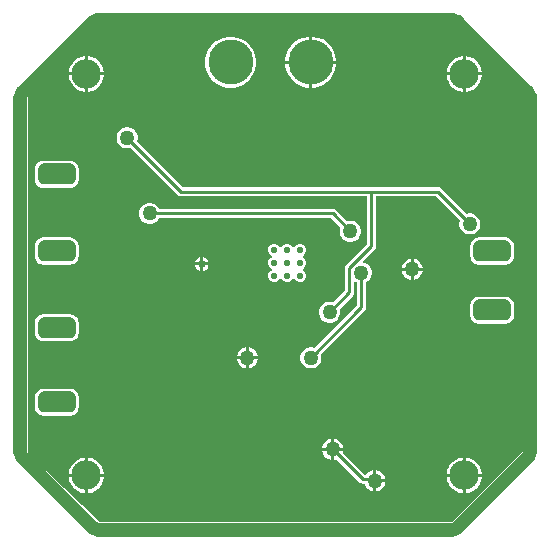
<source format=gbl>
G04*
G04 #@! TF.GenerationSoftware,Altium Limited,Altium Designer,22.2.1 (43)*
G04*
G04 Layer_Physical_Order=2*
G04 Layer_Color=16711680*
%FSLAX25Y25*%
%MOIN*%
G70*
G04*
G04 #@! TF.SameCoordinates,E3E267CE-3B28-4E7D-86E6-9DA55300F0EE*
G04*
G04*
G04 #@! TF.FilePolarity,Positive*
G04*
G01*
G75*
%ADD14C,0.01000*%
%ADD15C,0.04724*%
G04:AMPARAMS|DCode=60|XSize=125mil|YSize=70mil|CornerRadius=17.5mil|HoleSize=0mil|Usage=FLASHONLY|Rotation=0.000|XOffset=0mil|YOffset=0mil|HoleType=Round|Shape=RoundedRectangle|*
%AMROUNDEDRECTD60*
21,1,0.12500,0.03500,0,0,0.0*
21,1,0.09000,0.07000,0,0,0.0*
1,1,0.03500,0.04500,-0.01750*
1,1,0.03500,-0.04500,-0.01750*
1,1,0.03500,-0.04500,0.01750*
1,1,0.03500,0.04500,0.01750*
%
%ADD60ROUNDEDRECTD60*%
%ADD61C,0.15000*%
%ADD62C,0.05000*%
%ADD63C,0.09843*%
%ADD64C,0.02500*%
%ADD65C,0.02165*%
G36*
X382000Y409400D02*
Y291700D01*
X358100Y267800D01*
X240800D01*
X216700Y290700D01*
Y409900D01*
X239900Y433100D01*
X358300D01*
X382000Y409400D01*
D02*
G37*
%LPC*%
G36*
X311861Y429760D02*
X311524D01*
Y421760D01*
X319524D01*
Y422097D01*
X319197Y423739D01*
X318556Y425286D01*
X317626Y426678D01*
X316442Y427862D01*
X315050Y428792D01*
X313503Y429433D01*
X311861Y429760D01*
D02*
G37*
G36*
X310524D02*
X310186D01*
X308544Y429433D01*
X306997Y428792D01*
X305605Y427862D01*
X304421Y426678D01*
X303491Y425286D01*
X302850Y423739D01*
X302524Y422097D01*
Y421760D01*
X310524D01*
Y429760D01*
D02*
G37*
G36*
X362788Y423244D02*
X362705D01*
Y417823D01*
X368126D01*
Y417906D01*
X367898Y419050D01*
X367452Y420128D01*
X366804Y421097D01*
X365979Y421922D01*
X365009Y422570D01*
X363932Y423017D01*
X362788Y423244D01*
D02*
G37*
G36*
X361705D02*
X361621D01*
X360478Y423017D01*
X359400Y422570D01*
X358430Y421922D01*
X357605Y421097D01*
X356957Y420128D01*
X356511Y419050D01*
X356283Y417906D01*
Y417823D01*
X361705D01*
Y423244D01*
D02*
G37*
G36*
X236804D02*
X236720D01*
Y417823D01*
X242142D01*
Y417906D01*
X241914Y419050D01*
X241468Y420128D01*
X240820Y421097D01*
X239995Y421922D01*
X239025Y422570D01*
X237948Y423017D01*
X236804Y423244D01*
D02*
G37*
G36*
X235720D02*
X235637D01*
X234493Y423017D01*
X233416Y422570D01*
X232446Y421922D01*
X231621Y421097D01*
X230973Y420128D01*
X230527Y419050D01*
X230299Y417906D01*
Y417823D01*
X235720D01*
Y423244D01*
D02*
G37*
G36*
X319524Y420760D02*
X311524D01*
Y412760D01*
X311861D01*
X313503Y413087D01*
X315050Y413727D01*
X316442Y414657D01*
X317626Y415841D01*
X318556Y417234D01*
X319197Y418781D01*
X319524Y420423D01*
Y420760D01*
D02*
G37*
G36*
X310524D02*
X302524D01*
Y420423D01*
X302850Y418781D01*
X303491Y417234D01*
X304421Y415841D01*
X305605Y414657D01*
X306997Y413727D01*
X308544Y413087D01*
X310186Y412760D01*
X310524D01*
Y420760D01*
D02*
G37*
G36*
X285137Y429700D02*
X283463D01*
X281821Y429373D01*
X280274Y428733D01*
X278882Y427802D01*
X277698Y426618D01*
X276767Y425226D01*
X276127Y423679D01*
X275800Y422037D01*
Y420363D01*
X276127Y418721D01*
X276767Y417174D01*
X277698Y415782D01*
X278882Y414598D01*
X280274Y413667D01*
X281821Y413027D01*
X283463Y412700D01*
X285137D01*
X286779Y413027D01*
X288326Y413667D01*
X289718Y414598D01*
X290902Y415782D01*
X291833Y417174D01*
X292473Y418721D01*
X292800Y420363D01*
Y422037D01*
X292473Y423679D01*
X291833Y425226D01*
X290902Y426618D01*
X289718Y427802D01*
X288326Y428733D01*
X286779Y429373D01*
X285137Y429700D01*
D02*
G37*
G36*
X368126Y416823D02*
X362705D01*
Y411402D01*
X362788D01*
X363932Y411629D01*
X365009Y412076D01*
X365979Y412723D01*
X366804Y413548D01*
X367452Y414518D01*
X367898Y415596D01*
X368126Y416740D01*
Y416823D01*
D02*
G37*
G36*
X361705D02*
X356283D01*
Y416740D01*
X356511Y415596D01*
X356957Y414518D01*
X357605Y413548D01*
X358430Y412723D01*
X359400Y412076D01*
X360478Y411629D01*
X361621Y411402D01*
X361705D01*
Y416823D01*
D02*
G37*
G36*
X242142D02*
X236720D01*
Y411402D01*
X236804D01*
X237948Y411629D01*
X239025Y412076D01*
X239995Y412723D01*
X240820Y413548D01*
X241468Y414518D01*
X241914Y415596D01*
X242142Y416740D01*
Y416823D01*
D02*
G37*
G36*
X235720D02*
X230299D01*
Y416740D01*
X230527Y415596D01*
X230973Y414518D01*
X231621Y413548D01*
X232446Y412723D01*
X233416Y412076D01*
X234493Y411629D01*
X235637Y411402D01*
X235720D01*
Y416823D01*
D02*
G37*
G36*
X230878Y388382D02*
X221878D01*
X221160Y388287D01*
X220491Y388010D01*
X219917Y387570D01*
X219476Y386995D01*
X219199Y386326D01*
X219104Y385608D01*
Y382108D01*
X219199Y381390D01*
X219476Y380721D01*
X219917Y380147D01*
X220491Y379706D01*
X221160Y379429D01*
X221878Y379334D01*
X230878D01*
X231596Y379429D01*
X232265Y379706D01*
X232839Y380147D01*
X233280Y380721D01*
X233557Y381390D01*
X233652Y382108D01*
Y385608D01*
X233557Y386326D01*
X233280Y386995D01*
X232839Y387570D01*
X232265Y388010D01*
X231596Y388287D01*
X230878Y388382D01*
D02*
G37*
G36*
X250261Y399500D02*
X249339D01*
X248449Y399261D01*
X247651Y398801D01*
X246999Y398149D01*
X246538Y397351D01*
X246300Y396461D01*
Y395539D01*
X246538Y394649D01*
X246999Y393851D01*
X247651Y393199D01*
X248449Y392739D01*
X249339Y392500D01*
X250261D01*
X250952Y392685D01*
X266619Y377019D01*
X267115Y376687D01*
X267700Y376571D01*
X329671D01*
Y360590D01*
X322819Y353738D01*
X322487Y353242D01*
X322371Y352657D01*
Y345133D01*
X318452Y341215D01*
X317761Y341400D01*
X316839D01*
X315949Y341161D01*
X315151Y340701D01*
X314499Y340049D01*
X314038Y339251D01*
X313800Y338361D01*
Y337439D01*
X314038Y336549D01*
X314499Y335751D01*
X315151Y335099D01*
X315949Y334639D01*
X316839Y334400D01*
X317761D01*
X318651Y334639D01*
X319449Y335099D01*
X320101Y335751D01*
X320562Y336549D01*
X320800Y337439D01*
Y338361D01*
X320615Y339052D01*
X324981Y343419D01*
X325313Y343915D01*
X325429Y344500D01*
Y347860D01*
X325929Y348096D01*
X326371Y347842D01*
Y340134D01*
X312252Y326015D01*
X311561Y326200D01*
X310639D01*
X309749Y325961D01*
X308951Y325501D01*
X308299Y324849D01*
X307839Y324051D01*
X307600Y323161D01*
Y322239D01*
X307839Y321349D01*
X308299Y320551D01*
X308951Y319899D01*
X309749Y319439D01*
X310639Y319200D01*
X311561D01*
X312451Y319439D01*
X313249Y319899D01*
X313901Y320551D01*
X314362Y321349D01*
X314600Y322239D01*
Y323161D01*
X314415Y323852D01*
X328981Y338419D01*
X329313Y338915D01*
X329429Y339500D01*
Y347842D01*
X330049Y348199D01*
X330701Y348851D01*
X331161Y349649D01*
X331400Y350539D01*
Y351461D01*
X331161Y352351D01*
X330701Y353149D01*
X330049Y353801D01*
X329251Y354261D01*
X328560Y354447D01*
X328374Y354968D01*
X332281Y358875D01*
X332613Y359372D01*
X332729Y359957D01*
Y376571D01*
X352666D01*
X360785Y368452D01*
X360600Y367761D01*
Y366839D01*
X360839Y365949D01*
X361299Y365151D01*
X361951Y364499D01*
X362749Y364038D01*
X363639Y363800D01*
X364561D01*
X365451Y364038D01*
X366249Y364499D01*
X366901Y365151D01*
X367361Y365949D01*
X367600Y366839D01*
Y367761D01*
X367361Y368651D01*
X366901Y369449D01*
X366249Y370101D01*
X365451Y370562D01*
X364561Y370800D01*
X363639D01*
X362948Y370615D01*
X354381Y379181D01*
X353885Y379513D01*
X353300Y379629D01*
X268334D01*
X253115Y394848D01*
X253300Y395539D01*
Y396461D01*
X253062Y397351D01*
X252601Y398149D01*
X251949Y398801D01*
X251151Y399261D01*
X250261Y399500D01*
D02*
G37*
G36*
X257761Y374300D02*
X256839D01*
X255949Y374061D01*
X255151Y373601D01*
X254499Y372949D01*
X254039Y372151D01*
X253800Y371261D01*
Y370339D01*
X254039Y369449D01*
X254499Y368651D01*
X255151Y367999D01*
X255949Y367538D01*
X256839Y367300D01*
X257761D01*
X258651Y367538D01*
X259449Y367999D01*
X260101Y368651D01*
X260458Y369271D01*
X317667D01*
X320885Y366052D01*
X320700Y365361D01*
Y364439D01*
X320938Y363549D01*
X321399Y362751D01*
X322051Y362099D01*
X322849Y361638D01*
X323739Y361400D01*
X324661D01*
X325551Y361638D01*
X326349Y362099D01*
X327001Y362751D01*
X327462Y363549D01*
X327700Y364439D01*
Y365361D01*
X327462Y366251D01*
X327001Y367049D01*
X326349Y367701D01*
X325551Y368162D01*
X324661Y368400D01*
X323739D01*
X323048Y368215D01*
X319381Y371881D01*
X318885Y372213D01*
X318300Y372329D01*
X260458D01*
X260101Y372949D01*
X259449Y373601D01*
X258651Y374061D01*
X257761Y374300D01*
D02*
G37*
G36*
X307895Y360744D02*
X307066D01*
X306301Y360427D01*
X305715Y359841D01*
X305586Y359529D01*
X305044D01*
X304915Y359841D01*
X304329Y360427D01*
X303564Y360744D01*
X302735D01*
X301970Y360427D01*
X301384Y359841D01*
X301255Y359529D01*
X300714D01*
X300585Y359841D01*
X299999Y360427D01*
X299233Y360744D01*
X298405D01*
X297639Y360427D01*
X297053Y359841D01*
X296736Y359076D01*
Y358247D01*
X297053Y357482D01*
X297639Y356896D01*
X297951Y356767D01*
Y356225D01*
X297639Y356096D01*
X297053Y355510D01*
X296736Y354745D01*
Y353916D01*
X297053Y353151D01*
X297639Y352565D01*
X297951Y352436D01*
Y351895D01*
X297639Y351766D01*
X297053Y351180D01*
X296736Y350414D01*
Y349586D01*
X297053Y348820D01*
X297639Y348234D01*
X298405Y347917D01*
X299233D01*
X299999Y348234D01*
X300585Y348820D01*
X300714Y349132D01*
X301255D01*
X301384Y348820D01*
X301970Y348234D01*
X302735Y347917D01*
X303564D01*
X304329Y348234D01*
X304915Y348820D01*
X305044Y349132D01*
X305586D01*
X305715Y348820D01*
X306301Y348234D01*
X307066Y347917D01*
X307895D01*
X308660Y348234D01*
X309246Y348820D01*
X309563Y349586D01*
Y350414D01*
X309246Y351180D01*
X308660Y351766D01*
X308348Y351895D01*
Y352436D01*
X308660Y352565D01*
X309246Y353151D01*
X309563Y353916D01*
Y354745D01*
X309246Y355510D01*
X308660Y356096D01*
X308348Y356225D01*
Y356767D01*
X308660Y356896D01*
X309246Y357482D01*
X309563Y358247D01*
Y359076D01*
X309246Y359841D01*
X308660Y360427D01*
X307895Y360744D01*
D02*
G37*
G36*
X275200Y356228D02*
Y354500D01*
X276928D01*
X276607Y355275D01*
X275974Y355908D01*
X275200Y356228D01*
D02*
G37*
G36*
X274200D02*
X273426Y355908D01*
X272793Y355275D01*
X272472Y354500D01*
X274200D01*
Y356228D01*
D02*
G37*
G36*
X375968Y362791D02*
X366968D01*
X366250Y362697D01*
X365581Y362420D01*
X365006Y361979D01*
X364566Y361405D01*
X364288Y360736D01*
X364194Y360018D01*
Y356518D01*
X364288Y355800D01*
X364566Y355131D01*
X365006Y354556D01*
X365581Y354116D01*
X366250Y353838D01*
X366968Y353744D01*
X375968D01*
X376686Y353838D01*
X377355Y354116D01*
X377929Y354556D01*
X378370Y355131D01*
X378647Y355800D01*
X378741Y356518D01*
Y360018D01*
X378647Y360736D01*
X378370Y361405D01*
X377929Y361979D01*
X377355Y362420D01*
X376686Y362697D01*
X375968Y362791D01*
D02*
G37*
G36*
X230878D02*
X221878D01*
X221160Y362697D01*
X220491Y362420D01*
X219917Y361979D01*
X219476Y361405D01*
X219199Y360736D01*
X219104Y360018D01*
Y356518D01*
X219199Y355800D01*
X219476Y355131D01*
X219917Y354556D01*
X220491Y354116D01*
X221160Y353838D01*
X221878Y353744D01*
X230878D01*
X231596Y353838D01*
X232265Y354116D01*
X232839Y354556D01*
X233280Y355131D01*
X233557Y355800D01*
X233652Y356518D01*
Y360018D01*
X233557Y360736D01*
X233280Y361405D01*
X232839Y361979D01*
X232265Y362420D01*
X231596Y362697D01*
X230878Y362791D01*
D02*
G37*
G36*
X345300Y355690D02*
Y352700D01*
X348289D01*
X348061Y353551D01*
X347601Y354349D01*
X346949Y355001D01*
X346151Y355462D01*
X345300Y355690D01*
D02*
G37*
G36*
X344300D02*
X343449Y355462D01*
X342651Y355001D01*
X341999Y354349D01*
X341539Y353551D01*
X341311Y352700D01*
X344300D01*
Y355690D01*
D02*
G37*
G36*
X276928Y353500D02*
X275200D01*
Y351772D01*
X275974Y352093D01*
X276607Y352726D01*
X276928Y353500D01*
D02*
G37*
G36*
X274200D02*
X272472D01*
X272793Y352726D01*
X273426Y352093D01*
X274200Y351772D01*
Y353500D01*
D02*
G37*
G36*
X348289Y351700D02*
X345300D01*
Y348710D01*
X346151Y348938D01*
X346949Y349399D01*
X347601Y350051D01*
X348061Y350849D01*
X348289Y351700D01*
D02*
G37*
G36*
X344300D02*
X341311D01*
X341539Y350849D01*
X341999Y350051D01*
X342651Y349399D01*
X343449Y348938D01*
X344300Y348710D01*
Y351700D01*
D02*
G37*
G36*
X375968Y343106D02*
X366968D01*
X366250Y343012D01*
X365581Y342735D01*
X365006Y342294D01*
X364566Y341720D01*
X364288Y341051D01*
X364194Y340333D01*
Y336833D01*
X364288Y336115D01*
X364566Y335446D01*
X365006Y334871D01*
X365581Y334431D01*
X366250Y334154D01*
X366968Y334059D01*
X375968D01*
X376686Y334154D01*
X377355Y334431D01*
X377929Y334871D01*
X378370Y335446D01*
X378647Y336115D01*
X378741Y336833D01*
Y340333D01*
X378647Y341051D01*
X378370Y341720D01*
X377929Y342294D01*
X377355Y342735D01*
X376686Y343012D01*
X375968Y343106D01*
D02*
G37*
G36*
X230878Y337201D02*
X221878D01*
X221160Y337106D01*
X220491Y336829D01*
X219917Y336388D01*
X219476Y335814D01*
X219199Y335145D01*
X219104Y334427D01*
Y330927D01*
X219199Y330209D01*
X219476Y329540D01*
X219917Y328966D01*
X220491Y328525D01*
X221160Y328248D01*
X221878Y328153D01*
X230878D01*
X231596Y328248D01*
X232265Y328525D01*
X232839Y328966D01*
X233280Y329540D01*
X233557Y330209D01*
X233652Y330927D01*
Y334427D01*
X233557Y335145D01*
X233280Y335814D01*
X232839Y336388D01*
X232265Y336829D01*
X231596Y337106D01*
X230878Y337201D01*
D02*
G37*
G36*
X290400Y326189D02*
Y323200D01*
X293390D01*
X293162Y324051D01*
X292701Y324849D01*
X292049Y325501D01*
X291251Y325961D01*
X290400Y326189D01*
D02*
G37*
G36*
X289400D02*
X288549Y325961D01*
X287751Y325501D01*
X287099Y324849D01*
X286638Y324051D01*
X286410Y323200D01*
X289400D01*
Y326189D01*
D02*
G37*
G36*
X293390Y322200D02*
X290400D01*
Y319211D01*
X291251Y319439D01*
X292049Y319899D01*
X292701Y320551D01*
X293162Y321349D01*
X293390Y322200D01*
D02*
G37*
G36*
X289400D02*
X286410D01*
X286638Y321349D01*
X287099Y320551D01*
X287751Y319899D01*
X288549Y319439D01*
X289400Y319211D01*
Y322200D01*
D02*
G37*
G36*
X230900Y312424D02*
X221900D01*
X221182Y312329D01*
X220513Y312052D01*
X219939Y311611D01*
X219498Y311037D01*
X219221Y310368D01*
X219126Y309650D01*
Y306150D01*
X219221Y305432D01*
X219498Y304763D01*
X219939Y304189D01*
X220513Y303748D01*
X221182Y303471D01*
X221900Y303376D01*
X230900D01*
X231618Y303471D01*
X232287Y303748D01*
X232861Y304189D01*
X233302Y304763D01*
X233579Y305432D01*
X233674Y306150D01*
Y309650D01*
X233579Y310368D01*
X233302Y311037D01*
X232861Y311611D01*
X232287Y312052D01*
X231618Y312329D01*
X230900Y312424D01*
D02*
G37*
G36*
X318900Y295690D02*
Y292700D01*
X321889D01*
X321661Y293551D01*
X321201Y294349D01*
X320549Y295001D01*
X319751Y295462D01*
X318900Y295690D01*
D02*
G37*
G36*
X317900D02*
X317049Y295462D01*
X316251Y295001D01*
X315599Y294349D01*
X315139Y293551D01*
X314911Y292700D01*
X317900D01*
Y295690D01*
D02*
G37*
G36*
Y291700D02*
X314911D01*
X315139Y290849D01*
X315599Y290051D01*
X316251Y289399D01*
X317049Y288938D01*
X317900Y288710D01*
Y291700D01*
D02*
G37*
G36*
X362788Y289386D02*
X362705D01*
Y283965D01*
X368126D01*
Y284048D01*
X367898Y285192D01*
X367452Y286269D01*
X366804Y287239D01*
X365979Y288064D01*
X365009Y288712D01*
X363932Y289158D01*
X362788Y289386D01*
D02*
G37*
G36*
X361705D02*
X361621D01*
X360478Y289158D01*
X359400Y288712D01*
X358430Y288064D01*
X357605Y287239D01*
X356957Y286269D01*
X356511Y285192D01*
X356283Y284048D01*
Y283965D01*
X361705D01*
Y289386D01*
D02*
G37*
G36*
X236804D02*
X236720D01*
Y283965D01*
X242142D01*
Y284048D01*
X241914Y285192D01*
X241468Y286269D01*
X240820Y287239D01*
X239995Y288064D01*
X239025Y288712D01*
X237948Y289158D01*
X236804Y289386D01*
D02*
G37*
G36*
X235720D02*
X235637D01*
X234493Y289158D01*
X233416Y288712D01*
X232446Y288064D01*
X231621Y287239D01*
X230973Y286269D01*
X230527Y285192D01*
X230299Y284048D01*
Y283965D01*
X235720D01*
Y289386D01*
D02*
G37*
G36*
X332900Y285190D02*
Y282200D01*
X335890D01*
X335662Y283051D01*
X335201Y283849D01*
X334549Y284501D01*
X333751Y284962D01*
X332900Y285190D01*
D02*
G37*
G36*
X335890Y281200D02*
X332900D01*
Y278210D01*
X333751Y278438D01*
X334549Y278899D01*
X335201Y279551D01*
X335662Y280349D01*
X335890Y281200D01*
D02*
G37*
G36*
X321889Y291700D02*
X318900D01*
Y288710D01*
X319552Y288885D01*
X327319Y281119D01*
X327815Y280787D01*
X328400Y280671D01*
X329052D01*
X329138Y280349D01*
X329599Y279551D01*
X330251Y278899D01*
X331049Y278438D01*
X331900Y278210D01*
Y281700D01*
Y285190D01*
X331049Y284962D01*
X330251Y284501D01*
X329599Y283849D01*
X329530Y283729D01*
X329033D01*
X321715Y291048D01*
X321889Y291700D01*
D02*
G37*
G36*
X368126Y282965D02*
X362705D01*
Y277543D01*
X362788D01*
X363932Y277771D01*
X365009Y278217D01*
X365979Y278865D01*
X366804Y279690D01*
X367452Y280660D01*
X367898Y281737D01*
X368126Y282881D01*
Y282965D01*
D02*
G37*
G36*
X361705D02*
X356283D01*
Y282881D01*
X356511Y281737D01*
X356957Y280660D01*
X357605Y279690D01*
X358430Y278865D01*
X359400Y278217D01*
X360478Y277771D01*
X361621Y277543D01*
X361705D01*
Y282965D01*
D02*
G37*
G36*
X242142D02*
X236720D01*
Y277543D01*
X236804D01*
X237948Y277771D01*
X239025Y278217D01*
X239995Y278865D01*
X240820Y279690D01*
X241468Y280660D01*
X241914Y281737D01*
X242142Y282881D01*
Y282965D01*
D02*
G37*
G36*
X235720D02*
X230299D01*
Y282881D01*
X230527Y281737D01*
X230973Y280660D01*
X231621Y279690D01*
X232446Y278865D01*
X233416Y278217D01*
X234493Y277771D01*
X235637Y277543D01*
X235720D01*
Y282965D01*
D02*
G37*
%LPD*%
D14*
X331200Y378100D02*
X353300D01*
X267700D02*
X331200D01*
Y359957D02*
Y378100D01*
X323900Y352657D02*
X331200Y359957D01*
X323900Y344500D02*
Y352657D01*
X317300Y337900D02*
X323900Y344500D01*
X353300Y378100D02*
X364100Y367300D01*
X249800Y396000D02*
X267700Y378100D01*
X311100Y322700D02*
X327900Y339500D01*
Y351000D01*
X328400Y282200D02*
X331900D01*
X332400Y281700D01*
X318400Y292200D02*
X328400Y282200D01*
X318300Y370800D02*
X324200Y364900D01*
X257300Y370800D02*
X318300D01*
D15*
X384252Y409449D02*
G03*
X383560Y411119I-2362J0D01*
G01*
X384252Y409449D02*
G03*
X383560Y411119I-2362J0D01*
G01*
X359938Y434741D02*
G03*
X358268Y435433I-1670J-1670D01*
G01*
X359938Y434741D02*
G03*
X358268Y435433I-1670J-1670D01*
G01*
X383560Y289668D02*
G03*
X384252Y291339I-1670J1670D01*
G01*
X383560Y289668D02*
G03*
X384252Y291339I-1670J1670D01*
G01*
X358268Y265354D02*
G03*
X359938Y266046I0J2362D01*
G01*
X358268Y265354D02*
G03*
X359938Y266046I0J2362D01*
G01*
X240158Y435433D02*
G03*
X238487Y434741I0J-2362D01*
G01*
X240158Y435433D02*
G03*
X238487Y434741I0J-2362D01*
G01*
X214865Y411119D02*
G03*
X214173Y409449I1670J-1670D01*
G01*
X214865Y411119D02*
G03*
X214173Y409449I1670J-1670D01*
G01*
X238487Y266046D02*
G03*
X240158Y265354I1670J1670D01*
G01*
X214173Y291339D02*
G03*
X214865Y289668I2362J0D01*
G01*
X214173Y291339D02*
G03*
X214865Y289668I2362J0D01*
G01*
X238487Y266046D02*
G03*
X240158Y265354I1670J1670D01*
G01*
X358268D01*
X214865Y289668D02*
X238487Y266046D01*
X214173Y291339D02*
Y409449D01*
X359938Y434741D02*
X383560Y411119D01*
X384252Y291339D02*
Y409449D01*
X359938Y266046D02*
X383560Y289668D01*
X240158Y435433D02*
X358268D01*
X214865Y411119D02*
X238487Y434741D01*
D60*
X371468Y338583D02*
D03*
Y358268D02*
D03*
X226400Y307900D02*
D03*
X226378Y332677D02*
D03*
Y358268D02*
D03*
Y383858D02*
D03*
D61*
X284300Y421200D02*
D03*
X311024Y421260D02*
D03*
D62*
X317300Y337900D02*
D03*
X364100Y367300D02*
D03*
X249800Y396000D02*
D03*
X311100Y322700D02*
D03*
X327900Y351000D02*
D03*
X289900Y322700D02*
D03*
X318400Y292200D02*
D03*
X332400Y281700D02*
D03*
X344800Y352200D02*
D03*
X324200Y364900D02*
D03*
X257300Y370800D02*
D03*
D63*
X362205Y417323D02*
D03*
X236221Y283465D02*
D03*
Y417323D02*
D03*
X362205Y283465D02*
D03*
D64*
X274700Y354000D02*
D03*
D65*
X307480Y350000D02*
D03*
X303150D02*
D03*
X298819D02*
D03*
X307480Y354331D02*
D03*
X303150D02*
D03*
X298819D02*
D03*
X307480Y358661D02*
D03*
X303150D02*
D03*
X298819D02*
D03*
M02*

</source>
